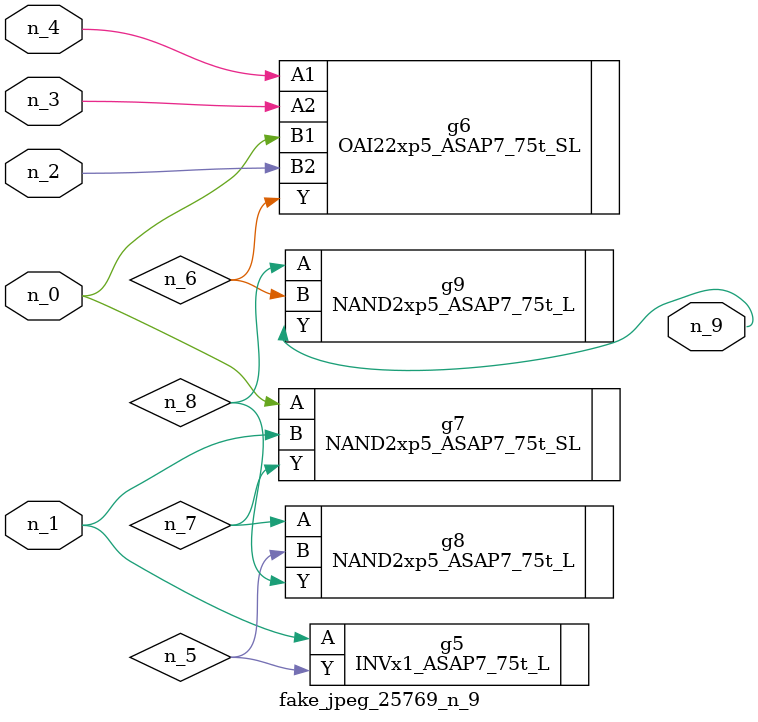
<source format=v>
module fake_jpeg_25769_n_9 (n_3, n_2, n_1, n_0, n_4, n_9);

input n_3;
input n_2;
input n_1;
input n_0;
input n_4;

output n_9;

wire n_8;
wire n_6;
wire n_5;
wire n_7;

INVx1_ASAP7_75t_L g5 ( 
.A(n_1),
.Y(n_5)
);

OAI22xp5_ASAP7_75t_SL g6 ( 
.A1(n_4),
.A2(n_3),
.B1(n_0),
.B2(n_2),
.Y(n_6)
);

NAND2xp5_ASAP7_75t_SL g7 ( 
.A(n_0),
.B(n_1),
.Y(n_7)
);

NAND2xp5_ASAP7_75t_L g8 ( 
.A(n_7),
.B(n_5),
.Y(n_8)
);

NAND2xp5_ASAP7_75t_L g9 ( 
.A(n_8),
.B(n_6),
.Y(n_9)
);


endmodule
</source>
